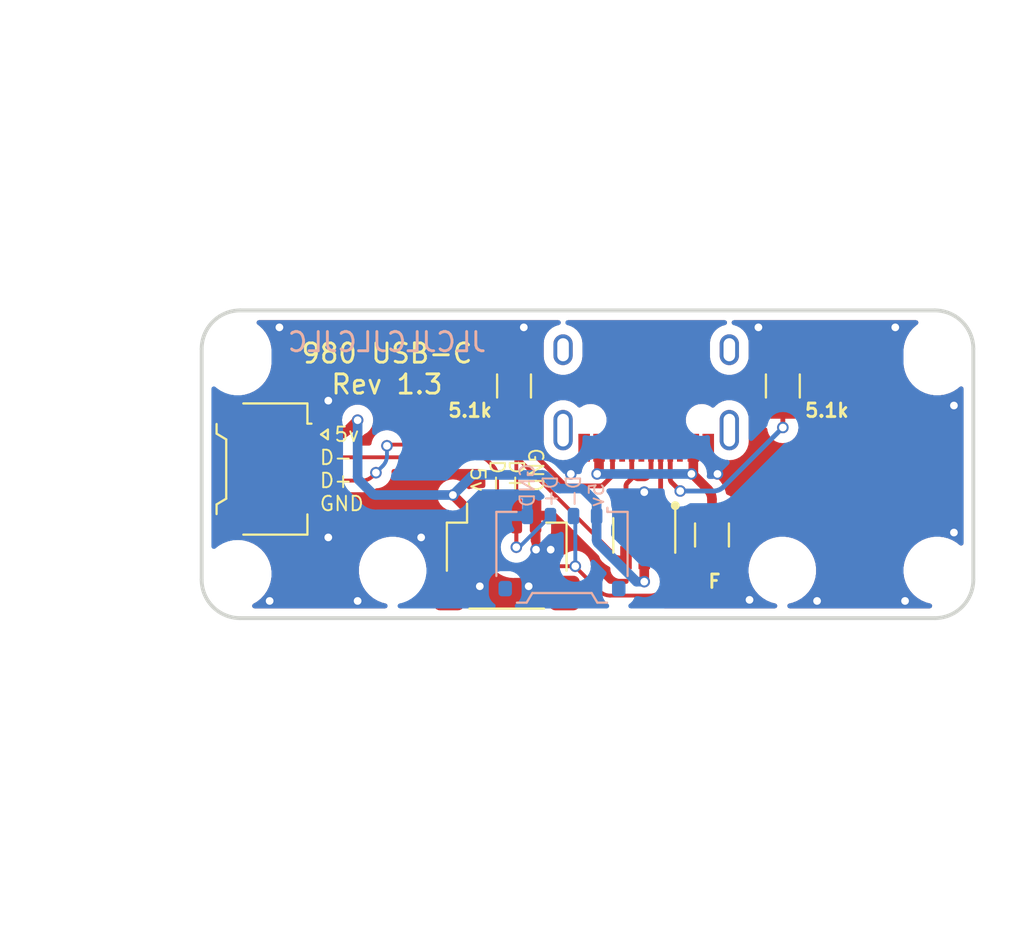
<source format=kicad_pcb>
(kicad_pcb (version 20211014) (generator pcbnew)
  (layers (0 "F.Cu" signal) (31 "B.Cu" signal) (34 "B.Paste" user) (35 "F.Paste" user) (36 "B.SilkS" user "B.Silkscreen") (37 "F.SilkS" user "F.Silkscreen") (38 "B.Mask" user) (39 "F.Mask" user) (44 "Edge.Cuts" user))
  (net 0 "")
  (net 1 "GND")
  (net 2 "D-")
  (net 3 "D+")
  (net 4 "Net-(J1-Pad4)")
  (net 5 "Net-(J1-Pad10)")
  (net 6 "VBUS")
  (net 8 "Net-(J1-Pad5)")
  (net 9 "Net-(J1-Pad6)")
  (footprint "Keeb_components:HRO-TYPE-C-31-M-12" (layer "F.Cu") (at 127.625 -0.06 180)
    (fp_text reference "J1")
    (fp_text value "TYPE-C-31-M-12" hide)
    (pad "" np_thru_hole circle locked (at -2.89 -6.25 180) (size 0.65 0.65) (drill 0.65) (layers *.Cu *.Mask))
    (pad "" np_thru_hole circle locked (at 2.89 -6.25 180) (size 0.65 0.65) (drill 0.65) (layers *.Cu *.Mask))
    (pad "1" smd rect locked (at -3.225 -7.695 180) (size 0.6 1.45) (layers "F.Cu" "F.Paste" "F.Mask") (net 1 "GND"))
    (pad "2" smd rect locked (at -2.45 -7.695 180) (size 0.6 1.45) (layers "F.Cu" "F.Paste" "F.Mask") (net 6 "VBUS"))
    (pad "3" smd rect locked (at -1.75 -7.695 180) (size 0.3 1.45) (layers "F.Cu" "F.Paste" "F.Mask"))
    (pad "4" smd rect locked (at -1.25 -7.695 180) (size 0.3 1.45) (layers "F.Cu" "F.Paste" "F.Mask") (net 4 "Net-(J1-Pad4)"))
    (pad "5" smd rect locked (at -0.75 -7.695 180) (size 0.3 1.45) (layers "F.Cu" "F.Paste" "F.Mask") (net 8 "Net-(J1-Pad5)"))
    (pad "6" smd rect locked (at -0.25 -7.695 180) (size 0.3 1.45) (layers "F.Cu" "F.Paste" "F.Mask") (net 9 "Net-(J1-Pad6)"))
    (pad "7" smd rect locked (at 0.25 -7.695 180) (size 0.3 1.45) (layers "F.Cu" "F.Paste" "F.Mask") (net 8 "Net-(J1-Pad5)"))
    (pad "8" smd rect locked (at 0.75 -7.695 180) (size 0.3 1.45) (layers "F.Cu" "F.Paste" "F.Mask") (net 9 "Net-(J1-Pad6)"))
    (pad "9" smd rect locked (at 1.25 -7.695 180) (size 0.3 1.45) (layers "F.Cu" "F.Paste" "F.Mask"))
    (pad "10" smd rect locked (at 1.75 -7.695 180) (size 0.3 1.45) (layers "F.Cu" "F.Paste" "F.Mask") (net 5 "Net-(J1-Pad10)"))
    (pad "11" smd rect locked (at 2.45 -7.695 180) (size 0.6 1.45) (layers "F.Cu" "F.Paste" "F.Mask") (net 6 "VBUS"))
    (pad "12" smd rect locked (at 3.225 -7.695 180) (size 0.6 1.45) (layers "F.Cu" "F.Paste" "F.Mask") (net 1 "GND"))
    (pad "13" thru_hole oval locked (at 4.32 -6.78 180) (size 1 2.1) (drill oval 0.6 1.7) (layers *.Cu *.Mask))
    (pad "13" thru_hole oval locked (at -4.32 -6.78 180) (size 1 2.1) (drill oval 0.6 1.7) (layers *.Cu *.Mask))
    (pad "13" thru_hole oval locked (at 4.32 -2.6 180) (size 1 1.6) (drill oval 0.6 1.2) (layers *.Cu *.Mask))
    (pad "13" thru_hole oval locked (at -4.32 -2.6 180) (size 1 1.6) (drill oval 0.6 1.2) (layers *.Cu *.Mask))
  )
  (footprint "Keeb_components:F_0805" (layer "F.Cu") (at 131.044 12.172 90)
    (fp_text reference "F" (at -2.413 0.127 180) (layer "F.SilkS") (effects (font (size 0.7 0.7))))
    (fp_text value "Polyfuse_Small" hide)
    (fp_line (start -0.6 -0.88) (end 0.6 -0.88) (layer "F.SilkS") (width 0.12))
    (fp_line (start 0.6 0.88) (end -0.6 0.88) (layer "F.SilkS") (width 0.12))
    (pad "1" smd rect locked (at -1.099999 0 90) (size 1 1.3) (layers "F.Cu" "F.Paste" "F.Mask") (net 6 "VBUS"))
    (pad "2" smd rect locked (at 1.099999 0 90) (size 1 1.3) (layers "F.Cu" "F.Paste" "F.Mask") (net 6 "VBUS"))
  )
  (footprint "" (layer "F.Cu") (at 136.255 14.205)
    (fp_text reference "" (at 0 0) (layer "F.SilkS") (effects (font (size 1.27 1.27))))
    (fp_text value "" (at 0 0) (layer "F.SilkS") (effects (font (size 1.27 1.27))))
    (pad "" np_thru_hole circle (at -1.555 -0.189521) (size 2.5 2.5) (drill 2.5) (layers F&B.Cu *.Mask))
  )
  (footprint "Keeb_components:R_0805" (layer "F.Cu") (at 134.727 4.425 90)
    (fp_text reference "R2" hide)
    (fp_text value "5.1k" (at -1.27 2.286 unlocked) (layer "F.SilkS") (effects (font (size 0.7 0.7))))
    (fp_line (start 0.6 0.88) (end -0.6 0.88) (layer "F.SilkS") (width 0.12))
    (fp_line (start -0.6 -0.88) (end 0.6 -0.88) (layer "F.SilkS") (width 0.12))
    (pad "1" smd rect locked (at -1.1 0 90) (size 1.2 1.3) (layers "F.Cu" "F.Paste" "F.Mask") (net 4 "Net-(J1-Pad4)"))
    (pad "2" smd rect locked (at 1.1 0 90) (size 1.2 1.3) (layers "F.Cu" "F.Paste" "F.Mask") (net 1 "GND"))
  )
  (footprint "Keeb_components:USBLC6-2SC6" (layer "F.Cu") (at 127.525 12.195 90)
    (fp_text reference "U1" hide)
    (fp_text value "USBLC6-2SC6")
    (fp_line (start -0.9 1.61) (end 1.55 1.61) (layer "F.SilkS") (width 0.12))
    (fp_line (start 0.9 -1.61) (end -0.9 -1.61) (layer "F.SilkS") (width 0.12))
    (fp_circle (center 1.55 1.61) (end 1.72 1.61) (layer "F.SilkS") (width 0.12) (fill solid))
    (pad "1" smd rect (at 1.15 0.95 180) (size 0.6 1.2) (layers "F.Cu" "F.Paste" "F.Mask") (net 8 "Net-(J1-Pad5)"))
    (pad "2" smd rect (at 1.15 0 180) (size 0.6 1.2) (layers "F.Cu" "F.Paste" "F.Mask") (net 1 "GND"))
    (pad "3" smd rect (at 1.15 -0.95 180) (size 0.6 1.2) (layers "F.Cu" "F.Paste" "F.Mask") (net 9 "Net-(J1-Pad6)"))
    (pad "4" smd rect (at -1.15 -0.95 180) (size 0.6 1.2) (layers "F.Cu" "F.Paste" "F.Mask") (net 3 "D+"))
    (pad "5" smd rect (at -1.15 0 180) (size 0.6 1.2) (layers "F.Cu" "F.Paste" "F.Mask") (net 6 "VBUS"))
    (pad "6" smd rect (at -1.15 0.95 180) (size 0.6 1.2) (layers "F.Cu" "F.Paste" "F.Mask") (net 2 "D-"))
  )
  (footprint "" (layer "F.Cu") (at 94.555 1.535)
    (fp_text reference "" (at 0 0) (layer "F.SilkS") (effects (font (size 1.27 1.27))))
    (fp_text value "" (at 0 0) (layer "F.SilkS") (effects (font (size 1.27 1.27))))
    (pad "" np_thru_hole oval (at 11.845 1.370479) (size 2.5 3) (drill oval 2.5 3) (layers F&B.Cu *.Mask))
  )
  (footprint "" (layer "F.Cu") (at 147.015 3.065)
    (fp_text reference "" (at 0 0) (layer "F.SilkS") (effects (font (size 1.27 1.27))))
    (fp_text value "" (at 0 0) (layer "F.SilkS") (effects (font (size 1.27 1.27))))
    (pad "" np_thru_hole oval (at -4.265 -0.159521) (size 2.5 3) (drill oval 2.5 3) (layers F&B.Cu *.Mask))
  )
  (footprint "Keeb_components:R_0805" (layer "F.Cu") (at 120.757 4.425 90)
    (fp_text reference "R1" hide)
    (fp_text value "5.1k" (at -1.27 -2.286 unlocked) (layer "F.SilkS") (effects (font (size 0.7 0.7))))
    (fp_line (start 0.6 0.88) (end -0.6 0.88) (layer "F.SilkS") (width 0.12))
    (fp_line (start -0.6 -0.88) (end 0.6 -0.88) (layer "F.SilkS") (width 0.12))
    (pad "1" smd rect locked (at -1.1 0 90) (size 1.2 1.3) (layers "F.Cu" "F.Paste" "F.Mask") (net 5 "Net-(J1-Pad10)"))
    (pad "2" smd rect locked (at 1.1 0 90) (size 1.2 1.3) (layers "F.Cu" "F.Paste" "F.Mask") (net 1 "GND"))
  )
  (footprint "Connector_Molex:Molex_Pico-EZmate_78171-0004_1x04-1MP_P1.20mm_Vertical" (layer "F.Cu") (at 107.93 8.743 -90)
    (fp_text reference "J3" hide)
    (fp_text value "Molex_Pico-EZmate_78171-0004_1x04-1MP_P1.20mm_Vertical")
    (fp_line (start -1.54 2.13) (end 1.54 2.13) (layer "F.SilkS") (width 0.12))
    (fp_line (start -3.41 1.24) (end -3.41 -2.09) (layer "F.SilkS") (width 0.12))
    (fp_line (start -1.8 -2.8) (end -1.55 -3.153553) (layer "F.SilkS") (width 0.12))
    (fp_line (start -1.55 -3.153553) (end -2.05 -3.153553) (layer "F.SilkS") (width 0.12))
    (fp_line (start -2.34 2.63) (end -1.84 2.63) (layer "F.SilkS") (width 0.12))
    (fp_line (start 3.41 1.24) (end 3.41 -2.09) (layer "F.SilkS") (width 0.12))
    (fp_line (start 3.41 -2.09) (end 2.36 -2.09) (layer "F.SilkS") (width 0.12))
    (fp_line (start 1.84 2.63) (end 2.34 2.63) (layer "F.SilkS") (width 0.12))
    (fp_line (start -3.41 -2.09) (end -2.36 -2.09) (layer "F.SilkS") (width 0.12))
    (fp_line (start -2.36 -2.09) (end -2.36 -2.3) (layer "F.SilkS") (width 0.12))
    (fp_line (start -1.84 2.63) (end -1.54 2.13) (layer "F.SilkS") (width 0.12))
    (fp_line (start -2.05 -3.153553) (end -1.8 -2.8) (layer "F.SilkS") (width 0.12))
    (fp_line (start 1.54 2.13) (end 1.84 2.63) (layer "F.SilkS") (width 0.12))
    (pad "1" smd roundrect (at -1.8 -1.875 270) (size 0.6 0.85) (layers "F.Cu" "F.Paste" "F.Mask") (net 6 "VBUS"))
    (pad "2" smd roundrect (at -0.6 -1.875 270) (size 0.6 0.85) (layers "F.Cu" "F.Paste" "F.Mask") (net 2 "D-"))
    (pad "3" smd roundrect (at 0.6 -1.875 270) (size 0.6 0.85) (layers "F.Cu" "F.Paste" "F.Mask") (net 3 "D+"))
    (pad "4" smd roundrect (at 1.8 -1.875 270) (size 0.6 0.85) (layers "F.Cu" "F.Paste" "F.Mask") (net 1 "GND"))
    (pad "MP" smd roundrect (at -2.95 1.9 270) (size 0.7 0.8) (layers "F.Cu" "F.Paste" "F.Mask"))
    (pad "MP" smd roundrect (at 2.95 1.9 270) (size 0.7 0.8) (layers "F.Cu" "F.Paste" "F.Mask"))
  )
  (footprint "" (layer "F.Cu") (at 94.295 7.445633)
    (fp_text reference "" (at 0 0) (layer "F.SilkS") (effects (font (size 1.27 1.27))))
    (fp_text value "" (at 0 0) (layer "F.SilkS") (effects (font (size 1.27 1.27))))
    (pad "" np_thru_hole circle (at 12.105 6.744367) (size 2.5 2.5) (drill 2.5) (layers F&B.Cu *.Mask))
  )
  (footprint "footprints:MegaMan7" (layer "F.Cu") (at 138.791 10.14)
    (fp_text reference "G***" hide)
    (fp_text value "LOGO" hide)
  )
  (footprint "" (layer "F.Cu") (at 112.225 13.965)
    (fp_text reference "" (at 0 0) (layer "F.SilkS") (effects (font (size 1.27 1.27))))
    (fp_text value "" (at 0 0) (layer "F.SilkS") (effects (font (size 1.27 1.27))))
    (pad "" np_thru_hole circle (at 2.225 0.050479) (size 2.5 2.5) (drill 2.5) (layers F&B.Cu *.Mask))
  )
  (footprint "Keeb_components:JST_SH_SM04B-SRSS-TB_1x04-1MP_P1.00mm_Horizontal" (layer "F.Cu") (at 120.376 13.315)
    (fp_text reference "J2" hide)
    (fp_text value "ai03_ud" hide)
    (fp_line (start -2.06 -1.785) (end -2.06 -2.775) (layer "F.SilkS") (width 0.12))
    (fp_line (start 3.11 -1.785) (end 2.06 -1.785) (layer "F.SilkS") (width 0.12))
    (fp_line (start -3.11 -1.785) (end -2.06 -1.785) (layer "F.SilkS") (width 0.12))
    (fp_line (start -1.94 2.685) (end 1.94 2.685) (layer "F.SilkS") (width 0.12))
    (fp_line (start -3.11 0.715) (end -3.11 -1.785) (layer "F.SilkS") (width 0.12))
    (fp_line (start 3.11 0.715) (end 3.11 -1.785) (layer "F.SilkS") (width 0.12))
    (pad "1" smd roundrect locked (at -1.5 -2.15) (size 0.6 1.85) (layers "F.Cu" "F.Paste" "F.Mask") (net 6 "VBUS"))
    (pad "2" smd roundrect locked (at -0.5 -2.15) (size 0.6 1.85) (layers "F.Cu" "F.Paste" "F.Mask") (net 2 "D-"))
    (pad "3" smd roundrect locked (at 0.5 -2.15) (size 0.6 1.85) (layers "F.Cu" "F.Paste" "F.Mask") (net 3 "D+"))
    (pad "4" smd roundrect locked (at 1.5 -2.15) (size 0.6 1.85) (layers "F.Cu" "F.Paste" "F.Mask") (net 1 "GND"))
    (pad "MP" smd roundrect locked (at -3 1.875) (size 1.6 1.8) (layers "F.Cu" "F.Paste" "F.Mask") (roundrect_rratio 0.208))
    (pad "MP" smd roundrect locked (at 3 1.875) (size 1.6 1.8) (layers "F.Cu" "F.Paste" "F.Mask") (roundrect_rratio 0.208))
  )
  (footprint "" (layer "F.Cu") (at 130.75 14.19)
    (fp_text reference "" (at 0 0) (layer "F.SilkS") (effects (font (size 1.27 1.27))))
    (fp_text value "" (at 0 0) (layer "F.SilkS") (effects (font (size 1.27 1.27))))
    (pad "" np_thru_hole circle (at 12 -0.174521) (size 2.5 2.5) (drill 2.5) (layers F&B.Cu *.Mask))
  )
  (footprint "Connector_Molex:Molex_Pico-EZmate_78171-0004_1x04-1MP_P1.20mm_Vertical" (layer "B.Cu") (at 123.249 13.061 180)
    (fp_text reference "J4" hide)
    (fp_text value "Molex_Pico-EZmate_78171-0004_1x04-1MP_P1.20mm_Vertical" hide)
    (fp_line (start -3.41 -1.24) (end -3.41 2.09) (layer "B.SilkS") (width 0.12))
    (fp_line (start 1.84 -2.63) (end 2.34 -2.63) (layer "B.SilkS") (width 0.12))
    (fp_line (start -1.54 -2.13) (end 1.54 -2.13) (layer "B.SilkS") (width 0.12))
    (fp_line (start -2.34 -2.63) (end -1.84 -2.63) (layer "B.SilkS") (width 0.12))
    (fp_line (start 1.54 -2.13) (end 1.84 -2.63) (layer "B.SilkS") (width 0.12))
    (fp_line (start 3.41 2.09) (end 2.36 2.09) (layer "B.SilkS") (width 0.12))
    (fp_line (start -2.36 2.09) (end -2.36 2.3) (layer "B.SilkS") (width 0.12))
    (fp_line (start -3.41 2.09) (end -2.36 2.09) (layer "B.SilkS") (width 0.12))
    (fp_line (start 3.41 -1.24) (end 3.41 2.09) (layer "B.SilkS") (width 0.12))
    (fp_line (start -1.84 -2.63) (end -1.54 -2.13) (layer "B.SilkS") (width 0.12))
    (pad "1" smd roundrect (at -1.8 1.875 180) (size 0.6 0.85) (layers "B.Cu" "B.Paste" "B.Mask") (net 6 "VBUS"))
    (pad "2" smd roundrect (at -0.6 1.875 180) (size 0.6 0.85) (layers "B.Cu" "B.Paste" "B.Mask") (net 2 "D-"))
    (pad "3" smd roundrect (at 0.6 1.875 180) (size 0.6 0.85) (layers "B.Cu" "B.Paste" "B.Mask") (net 3 "D+"))
    (pad "4" smd roundrect (at 1.8 1.875 180) (size 0.6 0.85) (layers "B.Cu" "B.Paste" "B.Mask") (net 1 "GND"))
    (pad "MP" smd roundrect (at -2.95 -1.9 180) (size 0.7 0.8) (layers "B.Cu" "B.Paste" "B.Mask"))
    (pad "MP" smd roundrect (at 2.95 -1.9 180) (size 0.7 0.8) (layers "B.Cu" "B.Paste" "B.Mask"))
  )
  (footprint "footprints:MegaMan7" (layer "B.Cu") (at 138.791 10.14 180)
    (fp_text reference "G***" hide)
    (fp_text value "LOGO" hide)
  )
  (gr_arc (start 144.625 14.495) (mid 144.039214 15.909213) (end 142.625001 16.494999) (layer "Edge.Cuts") (width 0.2))
  (gr_arc (start 142.625 0.495) (mid 144.039213 1.080786) (end 144.624999 2.494999) (layer "Edge.Cuts") (width 0.2))
  (gr_arc (start 106.525 16.495) (mid 105.110787 15.909214) (end 104.525001 14.495001) (layer "Edge.Cuts") (width 0.2))
  (gr_arc (start 104.525 2.495) (mid 105.110786 1.080787) (end 106.524999 0.495001) (layer "Edge.Cuts") (width 0.2))
  (gr_line (start 144.625 14.495) (end 144.625 2.495) (layer "Edge.Cuts") (width 0.2))
  (gr_line (start 142.625 16.495) (end 106.525 16.495) (layer "Edge.Cuts") (width 0.2))
  (gr_line (start 106.525 0.495) (end 142.625 0.495) (layer "Edge.Cuts") (width 0.2))
  (gr_line (start 104.525 14.495) (end 104.525 2.495) (layer "Edge.Cuts") (width 0.2))
  (gr_text "GND" (at 121.449 10.8 90) (layer "B.SilkS") (effects (font (size 0.75 0.75) (thickness 0.1)) (justify right mirror)))
  (gr_text "D-" (at 123.849 10.8 90) (layer "B.SilkS") (effects (font (size 0.75 0.75) (thickness 0.1)) (justify right mirror)))
  (gr_text "D+" (at 122.649 10.8 90) (layer "B.SilkS") (effects (font (size 0.75 0.75) (thickness 0.1)) (justify right mirror)))
  (gr_text "5v" (at 125.049 10.8 90) (layer "B.SilkS") (effects (font (size 0.75 0.75) (thickness 0.1)) (justify right mirror)))
  (gr_text "JLCJLCJLCJLC" (at 114.153 2.139) (layer "B.SilkS") (effects (font (size 1 1)) (justify mirror)))
  (gr_text "D-" (at 110.597 8.143) (layer "F.SilkS") (effects (font (size 0.75 0.75) (thickness 0.1)) (justify left)))
  (gr_text "D+" (at 110.597 9.343) (layer "F.SilkS") (effects (font (size 0.75 0.75) (thickness 0.1)) (justify left)))
  (gr_text "980 USB-C\nRev 1.3" (at 114.153 3.536) (layer "F.SilkS") (effects (font (size 1 1))))
  (gr_text "D-" (at 119.876 10 270) (layer "F.SilkS") (effects (font (size 0.75 0.75) (thickness 0.1)) (justify right)))
  (gr_text "GND" (at 110.597 10.543) (layer "F.SilkS") (effects (font (size 0.75 0.75) (thickness 0.1)) (justify left)))
  (gr_text "GND" (at 121.876 10 270) (layer "F.SilkS") (effects (font (size 0.75 0.75) (thickness 0.1)) (justify right)))
  (gr_text "D+" (at 120.876 10 270) (layer "F.SilkS") (effects (font (size 0.75 0.75) (thickness 0.1)) (justify right)))
  (gr_text "5v" (at 118.876 10 270) (layer "F.SilkS") (effects (font (size 0.75 0.75) (thickness 0.1)) (justify right)))
  (gr_text "5v" (at 111.359 6.943) (layer "F.SilkS") (effects (font (size 0.75 0.75) (thickness 0.1)) (justify left)))
  (segment (start 121.876 11.165) (end 121.876 12.91) (width 0.25) (layer "F.Cu") (net 1))
  (segment (start 130.85 7.635) (end 130.85 8.518) (width 0.25) (layer "F.Cu") (net 1))
  (segment (start 124.4 8.306) (end 123.709 8.997) (width 0.25) (layer "F.Cu") (net 1))
  (segment (start 121.876 12.91) (end 121.9 12.934) (width 0.25) (layer "F.Cu") (net 1))
  (segment (start 127.525 9.945498) (end 127.525 11.045) (width 0.25) (layer "F.Cu") (net 1))
  (segment (start 130.85 8.518) (end 131.329 8.997) (width 0.25) (layer "F.Cu") (net 1))
  (segment (start 124.4 7.635) (end 124.4 8.306) (width 0.25) (layer "F.Cu") (net 1))
  (segment (start 122.662 12.934) (end 121.9 12.934) (width 0.25) (layer "F.Cu") (net 1))
  (via (at 118.979 14.839) (size 0.6) (drill 0.4) (layers "F.Cu" "B.Cu") (net 1))
  (via (at 132.9944 15.5448) (size 0.6) (drill 0.4) (layers "F.Cu" "B.Cu") (net 1))
  (via (at 111.105 5.187) (size 0.6) (drill 0.4) (layers "F.Cu" "B.Cu") (net 1))
  (via (at 141.077 15.601) (size 0.6) (drill 0.4) (layers "F.Cu" "B.Cu") (net 1))
  (via (at 122.662 12.934) (size 0.6) (drill 0.4) (layers "F.Cu" "B.Cu") (net 1))
  (via (at 121.519 14.839) (size 0.6) (drill 0.4) (layers "F.Cu" "B.Cu") (net 1))
  (via (at 127.525 9.945498) (size 0.6) (drill 0.4) (layers "F.Cu" "B.Cu") (net 1))
  (via (at 121.265 1.377) (size 0.6) (drill 0.4) (layers "F.Cu" "B.Cu") (net 1))
  (via (at 136.505 15.601) (size 0.6) (drill 0.4) (layers "F.Cu" "B.Cu") (net 1))
  (via (at 108.565 1.377) (size 0.6) (drill 0.4) (layers "F.Cu" "B.Cu") (net 1))
  (via (at 111.105 12.299) (size 0.6) (drill 0.4) (layers "F.Cu" "B.Cu") (net 1))
  (via (at 108.057 15.601) (size 0.6) (drill 0.4) (layers "F.Cu" "B.Cu") (net 1))
  (via (at 112.629 15.601) (size 0.6) (drill 0.4) (layers "F.Cu" "B.Cu") (net 1))
  (via (at 115.931 12.299) (size 0.6) (drill 0.4) (layers "F.Cu" "B.Cu") (net 1))
  (via (at 121.9 12.934) (size 0.6) (drill 0.4) (layers "F.Cu" "B.Cu") (net 1))
  (via (at 123.709 8.997) (size 0.6) (drill 0.4) (layers "F.Cu" "B.Cu") (net 1))
  (via (at 131.329 8.997) (size 0.6) (drill 0.4) (layers "F.Cu" "B.Cu") (net 1))
  (via (at 143.617 5.441) (size 0.6) (drill 0.4) (layers "F.Cu" "B.Cu") (net 1))
  (via (at 143.617 12.045) (size 0.6) (drill 0.4) (layers "F.Cu" "B.Cu") (net 1))
  (via (at 133.457 1.377) (size 0.6) (drill 0.4) (layers "F.Cu" "B.Cu") (net 1))
  (via (at 140.569 1.377) (size 0.6) (drill 0.4) (layers "F.Cu" "B.Cu") (net 1))
  (segment (start 128.475 14.995) (end 128.475 13.345) (width 0.2) (layer "F.Cu") (net 2))
  (segment (start 119.741 11.3) (end 119.876 11.165) (width 0.2) (layer "F.Cu") (net 2))
  (segment (start 123.938314 13.823) (end 125.217244 15.10193) (width 0.2) (layer "F.Cu") (net 2))
  (segment (start 123.941486 13.796323) (end 120.723483 13.796323) (width 0.2) (layer "F.Cu") (net 2))
  (segment (start 125.747574 15.3216) (end 127.83774 15.3216) (width 0.2) (layer "F.Cu") (net 2))
  (segment (start 119.876 11.165) (end 119.876 9.102131) (width 0.2) (layer "F.Cu") (net 2))
  (segment (start 119.741 12.81384) (end 119.741 11.3) (width 0.2) (layer "F.Cu") (net 2))
  (segment (start 120.193153 13.576653) (end 119.96067 13.34417) (width 0.2) (layer "F.Cu") (net 2))
  (segment (start 123.941486 13.796323) (end 123.938314 13.799495) (width 0.2) (layer "F.Cu") (net 2))
  (segment (start 128.36807 15.10193) (end 128.475 14.995) (width 0.2) (layer "F.Cu") (net 2))
  (segment (start 118.907269 8.1334) (end 109.8146 8.1334) (width 0.2) (layer "F.Cu") (net 2))
  (segment (start 123.938314 13.799495) (end 123.938314 13.823) (width 0.2) (layer "F.Cu") (net 2))
  (segment (start 109.8146 8.1334) (end 109.805 8.143) (width 0.2) (layer "F.Cu") (net 2))
  (segment (start 119.65633 8.571801) (end 119.437599 8.35307) (width 0.2) (layer "F.Cu") (net 2))
  (via (at 123.941486 13.796323) (size 0.6) (drill 0.4) (layers "F.Cu" "B.Cu") (net 2))
  (arc (start 125.747574 15.3216) (mid 125.460561 15.26451) (end 125.217244 15.10193) (width 0.2) (layer "F.Cu") (net 2))
  (arc (start 119.96067 13.34417) (mid 119.79809 13.100853) (end 119.741 12.81384) (width 0.2) (layer "F.Cu") (net 2))
  (arc (start 119.876 9.102131) (mid 119.81891 8.815118) (end 119.65633 8.571801) (width 0.2) (layer "F.Cu") (net 2))
  (arc (start 127.83774 15.3216) (mid 128.124753 15.26451) (end 128.36807 15.10193) (width 0.2) (layer "F.Cu") (net 2))
  (arc (start 118.907269 8.1334) (mid 119.194282 8.19049) (end 119.437599 8.35307) (width 0.2) (layer "F.Cu") (net 2))
  (arc (start 120.723483 13.796323) (mid 120.43647 13.739233) (end 120.193153 13.576653) (width 0.2) (layer "F.Cu") (net 2))
  (segment (start 123.941486 13.796323) (end 123.941486 11.278486) (width 0.2) (layer "B.Cu") (net 2))
  (segment (start 123.941486 11.278486) (end 123.849 11.186) (width 0.2) (layer "B.Cu") (net 2))
  (segment (start 120.876 12.807) (end 120.876 11.165) (width 0.2) (layer "F.Cu") (net 3))
  (segment (start 125.77433 12.99833) (end 120.892 8.116) (width 0.2) (layer "F.Cu") (net 3))
  (segment (start 113.39167 9.12333) (end 113.5815 8.9335) (width 0.2) (layer "F.Cu") (net 3))
  (segment (start 109.805 9.343) (end 112.86134 9.343) (width 0.2) (layer "F.Cu") (net 3))
  (segment (start 125.77433 13.12533) (end 125.77433 12.99833) (width 0.2) (layer "F.Cu") (net 3))
  (segment (start 114.2139 7.473) (end 119.92234 7.473) (width 0.2) (layer "F.Cu") (net 3))
  (segment (start 126.575 13.345) (end 126.30466 13.345) (width 0.2) (layer "F.Cu") (net 3))
  (segment (start 120.892 8.116) (end 120.876 8.116) (width 0.2) (layer "F.Cu") (net 3))
  (segment (start 120.876 8.116) (end 120.876 12.807) (width 0.2) (layer "F.Cu") (net 3))
  (segment (start 114.153 7.5339) (end 114.2139 7.473) (width 0.2) (layer "F.Cu") (net 3))
  (segment (start 120.876 8.116) (end 120.45267 7.69267) (width 0.2) (layer "F.Cu") (net 3))
  (via (at 113.5815 8.9335) (size 0.6) (drill 0.4) (layers "F.Cu" "B.Cu") (net 3))
  (via (at 114.153 7.5339) (size 0.6) (drill 0.4) (layers "F.Cu" "B.Cu") (net 3))
  (via (at 120.876 12.807) (size 0.6) (drill 0.4) (layers "F.Cu" "B.Cu") (net 3))
  (arc (start 126.30466 13.345) (mid 126.017647 13.28791) (end 125.77433 13.12533) (width 0.2) (layer "F.Cu") (net 3))
  (arc (start 119.92234 7.473) (mid 120.209353 7.53009) (end 120.45267 7.69267) (width 0.2) (layer "F.Cu") (net 3))
  (arc (start 113.39167 9.12333) (mid 113.148353 9.28591) (end 112.86134 9.343) (width 0.2) (layer "F.Cu") (net 3))
  (segment (start 114.153 7.5339) (end 114.153 8.05134) (width 0.2) (layer "B.Cu") (net 3))
  (segment (start 121.028 12.807) (end 120.876 12.807) (width 0.2) (layer "B.Cu") (net 3))
  (segment (start 113.93333 8.58167) (end 113.5815 8.9335) (width 0.2) (layer "B.Cu") (net 3))
  (segment (start 122.649 11.186) (end 121.028 12.807) (width 0.2) (layer "B.Cu") (net 3))
  (arc (start 114.153 8.05134) (mid 114.09591 8.338353) (end 113.93333 8.58167) (width 0.2) (layer "B.Cu") (net 3))
  (segment (start 128.948224 9.441224) (end 129.393 9.886) (width 0.25) (layer "F.Cu") (net 4))
  (segment (start 134.727 6.584) (end 134.727 5.525) (width 0.25) (layer "F.Cu") (net 4))
  (segment (start 128.875 7.635) (end 128.875 9.264447) (width 0.25) (layer "F.Cu") (net 4))
  (via (at 134.727 6.584) (size 0.6) (drill 0.4) (layers "F.Cu" "B.Cu") (net 4))
  (via (at 129.393 9.886) (size 0.6) (drill 0.4) (layers "F.Cu" "B.Cu") (net 4))
  (arc (start 128.875 9.264447) (mid 128.89403 9.360118) (end 128.948224 9.441224) (width 0.25) (layer "F.Cu") (net 4))
  (segment (start 129.393 9.886) (end 131.11434 9.886) (width 0.25) (layer "B.Cu") (net 4))
  (segment (start 131.64467 9.66633) (end 134.727 6.584) (width 0.25) (layer "B.Cu") (net 4))
  (arc (start 131.64467 9.66633) (mid 131.401353 9.82891) (end 131.11434 9.886) (width 0.25) (layer "B.Cu") (net 4))
  (segment (start 125.230331 9.622) (end 123.553669 9.622) (width 0.25) (layer "F.Cu") (net 5))
  (segment (start 125.875 7.635) (end 125.875 8.977331) (width 0.25) (layer "F.Cu") (net 5))
  (segment (start 125.801776 9.154108) (end 125.407107 9.548777) (width 0.25) (layer "F.Cu") (net 5))
  (segment (start 123.376892 9.548776) (end 120.830223 7.002107) (width 0.25) (layer "F.Cu") (net 5))
  (segment (start 120.757 6.825331) (end 120.757 5.525) (width 0.25) (layer "F.Cu") (net 5))
  (arc (start 125.801776 9.154108) (mid 125.855969 9.073002) (end 125.875 8.977331) (width 0.25) (layer "F.Cu") (net 5))
  (arc (start 123.553669 9.622) (mid 123.457998 9.60297) (end 123.376892 9.548776) (width 0.25) (layer "F.Cu") (net 5))
  (arc (start 120.757 6.825331) (mid 120.77603 6.921002) (end 120.830223 7.002107) (width 0.25) (layer "F.Cu") (net 5))
  (arc (start 125.407107 9.548777) (mid 125.326001 9.60297) (end 125.230331 9.622) (width 0.25) (layer "F.Cu") (net 5))
  (segment (start 130.075 7.635) (end 130.075 8.897) (width 0.5) (layer "F.Cu") (net 6))
  (segment (start 131.044 13.271999) (end 130.040224 12.268223) (width 0.5) (layer "F.Cu") (net 6))
  (segment (start 118.628153 11.141) (end 118.852 11.141) (width 0.5) (layer "F.Cu") (net 6))
  (segment (start 111.57834 6.943) (end 109.805 6.943) (width 0.5) (layer "F.Cu") (net 6))
  (segment (start 112.629 6.203) (end 112.10867 6.72333) (width 0.5) (layer "F.Cu") (net 6))
  (segment (start 129.863448 12.195) (end 127.525 12.195) (width 0.5) (layer "F.Cu") (net 6))
  (segment (start 125.175 8.897) (end 125.075 8.997) (width 0.5) (layer "F.Cu") (net 6))
  (segment (start 117.580153 10.093) (end 118.628153 11.141) (width 0.5) (layer "F.Cu") (net 6))
  (segment (start 129.975 8.997) (end 130.028 8.997) (width 0.5) (layer "F.Cu") (net 6))
  (segment (start 130.075 8.897) (end 129.975 8.997) (width 0.5) (layer "F.Cu") (net 6))
  (segment (start 131.044 10.32366) (end 131.044 11.072001) (width 0.5) (layer "F.Cu") (net 6))
  (segment (start 127.525 14.5988) (end 127.525 13.345) (width 0.5) (layer "F.Cu") (net 6))
  (segment (start 127.525 12.195) (end 127.525 13.345) (width 0.5) (layer "F.Cu") (net 6))
  (segment (start 125.175 7.635) (end 125.175 8.897) (width 0.5) (layer "F.Cu") (net 6))
  (segment (start 130.028 8.997) (end 130.82433 9.79333) (width 0.5) (layer "F.Cu") (net 6))
  (segment (start 118.852 11.141) (end 118.876 11.165) (width 0.5) (layer "F.Cu") (net 6))
  (via (at 125.075 8.997) (size 0.6) (drill 0.4) (layers "F.Cu" "B.Cu") (net 6))
  (via (at 117.580153 10.093) (size 0.6) (drill 0.4) (layers "F.Cu" "B.Cu") (net 6))
  (via (at 129.975 8.997) (size 0.6) (drill 0.4) (layers "F.Cu" "B.Cu") (net 6))
  (via (at 112.629 6.203) (size 0.6) (drill 0.4) (layers "F.Cu" "B.Cu") (net 6))
  (via (at 127.525 14.5988) (size 0.6) (drill 0.4) (layers "F.Cu" "B.Cu") (net 6))
  (arc (start 130.040224 12.268223) (mid 129.959118 12.21403) (end 129.863448 12.195) (width 0.5) (layer "F.Cu") (net 6))
  (arc (start 112.10867 6.72333) (mid 111.865353 6.88591) (end 111.57834 6.943) (width 0.5) (layer "F.Cu") (net 6))
  (arc (start 130.82433 9.79333) (mid 130.98691 10.036647) (end 131.044 10.32366) (width 0.5) (layer "F.Cu") (net 6))
  (segment (start 129.975 8.997) (end 125.075 8.997) (width 0.5) (layer "B.Cu") (net 6))
  (segment (start 117.580153 10.093) (end 113.574553 10.093) (width 0.5) (layer "B.Cu") (net 6))
  (segment (start 127.1208 14.5988) (end 127.525 14.5988) (width 0.5) (layer "B.Cu") (net 6))
  (segment (start 112.629 9.147447) (end 112.629 6.203) (width 0.5) (layer "B.Cu") (net 6))
  (segment (start 125.049 10.598553) (end 125.049 12.423447) (width 0.5) (layer "B.Cu") (net 6))
  (segment (start 125.122224 12.600224) (end 127.1208 14.5988) (width 0.5) (layer "B.Cu") (net 6))
  (segment (start 118.728906 9.0478) (end 122.228247 9.0478) (width 0.5) (layer "B.Cu") (net 6))
  (segment (start 117.580153 10.093) (end 118.55213 9.121023) (width 0.5) (layer "B.Cu") (net 6))
  (segment (start 122.405024 9.121024) (end 122.969777 9.685777) (width 0.5) (layer "B.Cu") (net 6))
  (segment (start 113.397776 10.019776) (end 112.702223 9.324223) (width 0.5) (layer "B.Cu") (net 6))
  (segment (start 123.146553 9.759) (end 124.209447 9.759) (width 0.5) (layer "B.Cu") (net 6))
  (segment (start 124.386224 9.832224) (end 124.975777 10.421777) (width 0.5) (layer "B.Cu") (net 6))
  (arc (start 125.049 12.423447) (mid 125.06803 12.519118) (end 125.122224 12.600224) (width 0.5) (layer "B.Cu") (net 6))
  (arc (start 112.702223 9.324223) (mid 112.64803 9.243117) (end 112.629 9.147447) (width 0.5) (layer "B.Cu") (net 6))
  (arc (start 124.209447 9.759) (mid 124.305118 9.778031) (end 124.386224 9.832224) (width 0.5) (layer "B.Cu") (net 6))
  (arc (start 122.228247 9.0478) (mid 122.323921 9.066815) (end 122.405024 9.121024) (width 0.5) (layer "B.Cu") (net 6))
  (arc (start 124.975777 10.421777) (mid 125.02997 10.502882) (end 125.049 10.598553) (width 0.5) (layer "B.Cu") (net 6))
  (arc (start 122.969777 9.685777) (mid 123.050882 9.73997) (end 123.146553 9.759) (width 0.5) (layer "B.Cu") (net 6))
  (arc (start 113.574553 10.093) (mid 113.478879 10.073985) (end 113.397776 10.019776) (width 0.5) (layer "B.Cu") (net 6))
  (arc (start 118.55213 9.121023) (mid 118.633236 9.06683) (end 118.728906 9.0478) (width 0.5) (layer "B.Cu") (net 6))
  (segment (start 127.375 7.635) (end 127.375 6.800553) (width 0.25) (layer "F.Cu") (net 8))
  (segment (start 128.219224 6.530224) (end 128.301777 6.612777) (width 0.25) (layer "F.Cu") (net 8))
  (segment (start 127.718553 6.457) (end 128.042447 6.457) (width 0.25) (layer "F.Cu") (net 8))
  (segment (start 128.375 6.789553) (end 128.375 7.635) (width 0.25) (layer "F.Cu") (net 8))
  (segment (start 128.375 10.945) (end 128.475 11.045) (width 0.25) (layer "F.Cu") (net 8))
  (segment (start 128.375 7.635) (end 128.375 10.945) (width 0.25) (layer "F.Cu") (net 8))
  (segment (start 127.448224 6.623776) (end 127.541777 6.530223) (width 0.25) (layer "F.Cu") (net 8))
  (arc (start 128.042447 6.457) (mid 128.138118 6.47603) (end 128.219224 6.530224) (width 0.25) (layer "F.Cu") (net 8))
  (arc (start 128.375 6.789553) (mid 128.35597 6.693882) (end 128.301777 6.612777) (width 0.25) (layer "F.Cu") (net 8))
  (arc (start 127.375 6.800553) (mid 127.39403 6.704882) (end 127.448224 6.623776) (width 0.25) (layer "F.Cu") (net 8))
  (arc (start 127.718553 6.457) (mid 127.622882 6.47603) (end 127.541777 6.530223) (width 0.25) (layer "F.Cu") (net 8))
  (segment (start 126.98 9.124) (end 126.948223 9.092223) (width 0.25) (layer "F.Cu") (net 9))
  (segment (start 127.801776 9.064224) (end 127.688223 9.177777) (width 0.25) (layer "F.Cu") (net 9))
  (segment (start 126.575 11.045) (end 126.575 9.632553) (width 0.25) (layer "F.Cu") (net 9))
  (segment (start 126.875 8.915447) (end 126.875 7.635) (width 0.25) (layer "F.Cu") (net 9))
  (segment (start 126.648224 9.455776) (end 126.98 9.124) (width 0.25) (layer "F.Cu") (net 9))
  (segment (start 127.033776 9.177776) (end 126.98 9.124) (width 0.25) (layer "F.Cu") (net 9))
  (segment (start 127.511447 9.251) (end 127.210553 9.251) (width 0.25) (layer "F.Cu") (net 9))
  (segment (start 127.875 7.635) (end 127.875 8.887447) (width 0.25) (layer "F.Cu") (net 9))
  (arc (start 127.875 8.887447) (mid 127.85597 8.983118) (end 127.801776 9.064224) (width 0.25) (layer "F.Cu") (net 9))
  (arc (start 127.688223 9.177777) (mid 127.607117 9.23197) (end 127.511447 9.251) (width 0.25) (layer "F.Cu") (net 9))
  (arc (start 126.648224 9.455776) (mid 126.594031 9.536882) (end 126.575 9.632553) (width 0.25) (layer "F.Cu") (net 9))
  (arc (start 127.210553 9.251) (mid 127.114882 9.23197) (end 127.033776 9.177776) (width 0.25) (layer "F.Cu") (net 9))
  (arc (start 126.875 8.915447) (mid 126.89403 9.011118) (end 126.948223 9.092223) (width 0.25) (layer "F.Cu") (net 9))
  (zone (net 1) (net_name "GND") (layers F&B.Cu) (connect_pads (clearance 0.508)) (min_thickness 0.254) (fill yes (thermal_gap 0.508) (thermal_bridge_width 0.508))
    (polygon (pts (xy 146.538 18.649) (xy 101.453 18.649) (xy 101.453 -1.671) (xy 146.538 -1.798)))
  )
  (zone (net 1) (net_name "GND") (layer "B.Cu") (connect_pads (clearance 0.508)) (min_thickness 0.254) (fill yes (thermal_gap 0.508) (thermal_bridge_width 0.508))
    (polygon (pts (xy 146.03 18.522) (xy 101.707 18.395) (xy 101.707 -1.417) (xy 146.238188 -1.290944)))
  )
)
</source>
